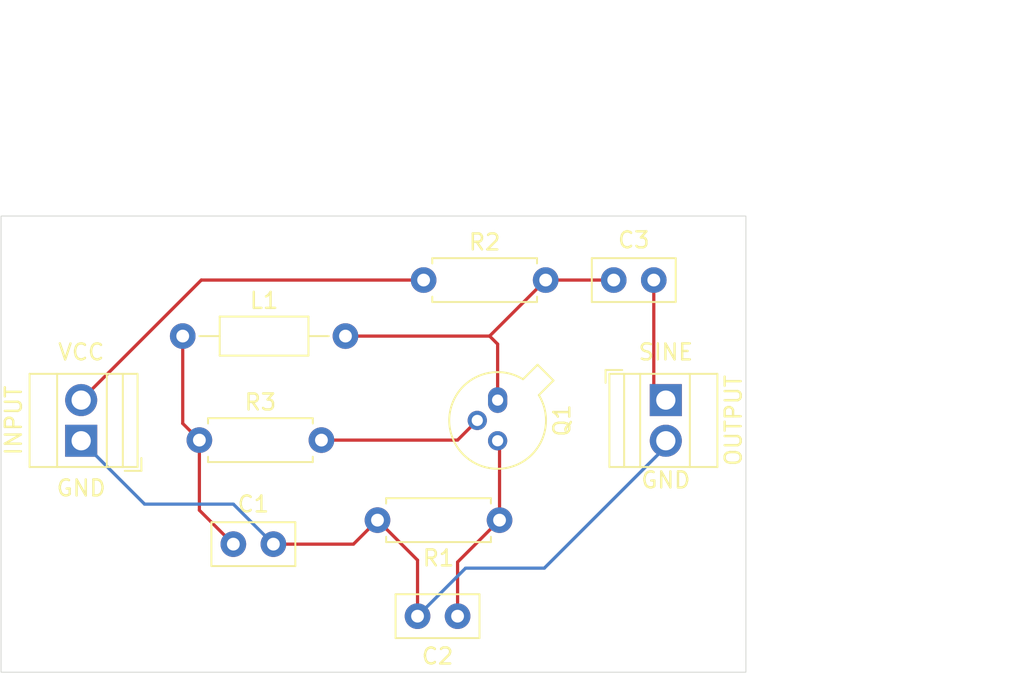
<source format=kicad_pcb>
(kicad_pcb (version 20240108) (generator "pcbnew") (generator_version "8.0")
  (layers (0 "F.Cu" signal) (31 "B.Cu" signal) (34 "B.Paste" user) (35 "F.Paste" user) (36 "B.SilkS" user "B.Silkscreen") (37 "F.SilkS" user "F.Silkscreen") (38 "B.Mask" user) (39 "F.Mask" user) (44 "Edge.Cuts" user))
  (net 0 "")
  (net 1 "GND")
  (net 2 "Net-(C1-Pad1)")
  (net 3 "Net-(Q1-E)")
  (net 4 "Net-(Q1-C)")
  (net 5 "Net-(J1-Pin_1)")
  (net 6 "Net-(Q1-B)")
  (net 7 "VCC")
  (footprint "TerminalBlock:TerminalBlock_Xinya_XY308-2.54-2P_1x02_P2.54mm_Horizontal" (layer "F.Cu") (at 145 74 -90)
    (property "Reference" "OUTPUT" (at 1.27 -4.22 90) (layer "F.SilkS"))
    (property "Value" "Screw_Terminal_01x02" (hide yes))
    (fp_line (start -1.88 3.76) (end -1.08 3.76) (stroke (width 0.12)) (layer "F.SilkS"))
    (fp_line (start -1.64 3.52) (end 4.18 3.52) (stroke (width 0.12)) (layer "F.SilkS"))
    (fp_line (start -1.88 2.72) (end -1.88 3.76) (stroke (width 0.12)) (layer "F.SilkS"))
    (fp_line (start -1.64 2.6) (end 4.18 2.6) (stroke (width 0.12)) (layer "F.SilkS"))
    (fp_line (start -1.64 1.6) (end 4.18 1.6) (stroke (width 0.12)) (layer "F.SilkS"))
    (fp_line (start -1.64 -1.501) (end 4.18 -1.501) (stroke (width 0.12)) (layer "F.SilkS"))
    (fp_line (start -1.64 -3.22) (end -1.64 3.52) (stroke (width 0.12)) (layer "F.SilkS"))
    (fp_line (start -1.64 -3.22) (end 4.18 -3.22) (stroke (width 0.12)) (layer "F.SilkS"))
    (fp_line (start 4.18 -3.22) (end 4.18 3.52) (stroke (width 0.12)) (layer "F.SilkS"))
    (pad "1" thru_hole rect (at 0 0 270) (size 2 2) (drill 1.2) (layers "*.Cu" "*.Mask") (net 5 "Net-(J1-Pin_1)"))
    (pad "2" thru_hole circle (at 2.54 0 270) (size 2 2) (drill 1.2) (layers "*.Cu" "*.Mask") (net 1 "GND"))
  )
  (footprint "Inductor_THT:L_Axial_L5.3mm_D2.2mm_P10.16mm_Horizontal_Vishay_IM-1" (layer "F.Cu") (at 114.84 70)
    (property "Reference" "L1" (at 5.08 -2.22 0) (layer "F.SilkS"))
    (property "Value" "4uH")
    (fp_line (start 1.04 0) (end 2.31 0) (stroke (width 0.12)) (layer "F.SilkS"))
    (fp_line (start 2.31 -1.22) (end 2.31 1.22) (stroke (width 0.12)) (layer "F.SilkS"))
    (fp_line (start 2.31 1.22) (end 7.85 1.22) (stroke (width 0.12)) (layer "F.SilkS"))
    (fp_line (start 7.85 -1.22) (end 2.31 -1.22) (stroke (width 0.12)) (layer "F.SilkS"))
    (fp_line (start 7.85 1.22) (end 7.85 -1.22) (stroke (width 0.12)) (layer "F.SilkS"))
    (fp_line (start 9.12 0) (end 7.85 0) (stroke (width 0.12)) (layer "F.SilkS"))
    (pad "1" thru_hole circle (at 0 0) (size 1.6 1.6) (drill 0.8) (layers "*.Cu" "*.Mask") (net 2 "Net-(C1-Pad1)"))
    (pad "2" thru_hole oval (at 10.16 0) (size 1.6 1.6) (drill 0.8) (layers "*.Cu" "*.Mask") (net 4 "Net-(Q1-C)"))
  )
  (footprint "Capacitor_THT:C_Disc_D5.0mm_W2.5mm_P2.50mm" (layer "F.Cu") (at 118 83)
    (property "Reference" "C1" (at 1.25 -2.5 0) (layer "F.SilkS"))
    (property "Value" "33uF")
    (fp_line (start -1.37 -1.37) (end -1.37 1.37) (stroke (width 0.12)) (layer "F.SilkS"))
    (fp_line (start -1.37 -1.37) (end 3.87 -1.37) (stroke (width 0.12)) (layer "F.SilkS"))
    (fp_line (start -1.37 1.37) (end 3.87 1.37) (stroke (width 0.12)) (layer "F.SilkS"))
    (fp_line (start 3.87 -1.37) (end 3.87 1.37) (stroke (width 0.12)) (layer "F.SilkS"))
    (pad "1" thru_hole circle (at 0 0) (size 1.6 1.6) (drill 0.8) (layers "*.Cu" "*.Mask") (net 2 "Net-(C1-Pad1)"))
    (pad "2" thru_hole circle (at 2.5 0) (size 1.6 1.6) (drill 0.8) (layers "*.Cu" "*.Mask") (net 1 "GND"))
  )
  (footprint "Resistor_THT:R_Axial_DIN0207_L6.3mm_D2.5mm_P7.62mm_Horizontal" (layer "F.Cu") (at 115.88 76.5)
    (property "Reference" "R3" (at 3.81 -2.37 0) (layer "F.SilkS"))
    (property "Value" "2.2K")
    (fp_line (start 0.54 -1.37) (end 7.08 -1.37) (stroke (width 0.12)) (layer "F.SilkS"))
    (fp_line (start 0.54 -1.04) (end 0.54 -1.37) (stroke (width 0.12)) (layer "F.SilkS"))
    (fp_line (start 0.54 1.04) (end 0.54 1.37) (stroke (width 0.12)) (layer "F.SilkS"))
    (fp_line (start 0.54 1.37) (end 7.08 1.37) (stroke (width 0.12)) (layer "F.SilkS"))
    (fp_line (start 7.08 -1.37) (end 7.08 -1.04) (stroke (width 0.12)) (layer "F.SilkS"))
    (fp_line (start 7.08 1.37) (end 7.08 1.04) (stroke (width 0.12)) (layer "F.SilkS"))
    (pad "1" thru_hole circle (at 0 0) (size 1.6 1.6) (drill 0.8) (layers "*.Cu" "*.Mask") (net 2 "Net-(C1-Pad1)"))
    (pad "2" thru_hole oval (at 7.62 0) (size 1.6 1.6) (drill 0.8) (layers "*.Cu" "*.Mask") (net 6 "Net-(Q1-B)"))
  )
  (footprint "Resistor_THT:R_Axial_DIN0207_L6.3mm_D2.5mm_P7.62mm_Horizontal" (layer "F.Cu") (at 134.62 81.5 180)
    (property "Reference" "R1" (at 3.81 -2.37 0) (layer "F.SilkS"))
    (property "Value" "470")
    (fp_line (start 7.08 1.37) (end 7.08 1.04) (stroke (width 0.12)) (layer "F.SilkS"))
    (fp_line (start 7.08 -1.37) (end 7.08 -1.04) (stroke (width 0.12)) (layer "F.SilkS"))
    (fp_line (start 0.54 1.37) (end 7.08 1.37) (stroke (width 0.12)) (layer "F.SilkS"))
    (fp_line (start 0.54 1.04) (end 0.54 1.37) (stroke (width 0.12)) (layer "F.SilkS"))
    (fp_line (start 0.54 -1.04) (end 0.54 -1.37) (stroke (width 0.12)) (layer "F.SilkS"))
    (fp_line (start 0.54 -1.37) (end 7.08 -1.37) (stroke (width 0.12)) (layer "F.SilkS"))
    (pad "1" thru_hole circle (at 0 0 180) (size 1.6 1.6) (drill 0.8) (layers "*.Cu" "*.Mask") (net 3 "Net-(Q1-E)"))
    (pad "2" thru_hole oval (at 7.62 0 180) (size 1.6 1.6) (drill 0.8) (layers "*.Cu" "*.Mask") (net 1 "GND"))
  )
  (footprint "Capacitor_THT:C_Disc_D5.0mm_W2.5mm_P2.50mm" (layer "F.Cu") (at 132 87.5 180)
    (property "Reference" "C2" (at 1.25 -2.5 0) (layer "F.SilkS"))
    (property "Value" "1uF")
    (fp_line (start 3.87 -1.37) (end 3.87 1.37) (stroke (width 0.12)) (layer "F.SilkS"))
    (fp_line (start -1.37 1.37) (end 3.87 1.37) (stroke (width 0.12)) (layer "F.SilkS"))
    (fp_line (start -1.37 -1.37) (end 3.87 -1.37) (stroke (width 0.12)) (layer "F.SilkS"))
    (fp_line (start -1.37 -1.37) (end -1.37 1.37) (stroke (width 0.12)) (layer "F.SilkS"))
    (pad "1" thru_hole circle (at 0 0 180) (size 1.6 1.6) (drill 0.8) (layers "*.Cu" "*.Mask") (net 3 "Net-(Q1-E)"))
    (pad "2" thru_hole circle (at 2.5 0 180) (size 1.6 1.6) (drill 0.8) (layers "*.Cu" "*.Mask") (net 1 "GND"))
  )
  (footprint "Package_TO_SOT_THT:TO-18-3" (layer "F.Cu") (at 134.5 74 -90)
    (property "Reference" "Q1" (at 1.27 -4.02 90) (layer "F.SilkS"))
    (property "Value" "NPN")
    (fp_line (start -2.214448 -2.494499) (end -1.302281 -1.582331) (stroke (width 0.12)) (layer "F.SilkS"))
    (fp_line (start -0.312331 -2.572281) (end -1.224499 -3.484448) (stroke (width 0.12)) (layer "F.SilkS"))
    (fp_line (start -1.224499 -3.484448) (end -2.214448 -2.494499) (stroke (width 0.12)) (layer "F.SilkS"))
    (fp_arc (start -0.312331 -2.572281) (mid 3.405374 2.135551) (end -1.30215 -1.582544) (stroke (width 0.12)) (layer "F.SilkS"))
    (pad "1" thru_hole oval (at 0 0 270) (size 1.6 1.2) (drill 0.7) (layers "*.Cu" "*.Mask") (net 4 "Net-(Q1-C)"))
    (pad "2" thru_hole oval (at 1.27 1.27 270) (size 1.2 1.2) (drill 0.7) (layers "*.Cu" "*.Mask") (net 6 "Net-(Q1-B)"))
    (pad "3" thru_hole oval (at 2.54 0 270) (size 1.2 1.2) (drill 0.7) (layers "*.Cu" "*.Mask") (net 3 "Net-(Q1-E)"))
  )
  (footprint "Capacitor_THT:C_Disc_D5.0mm_W2.5mm_P2.50mm" (layer "F.Cu") (at 141.75 66.5)
    (property "Reference" "C3" (at 1.25 -2.5 0) (layer "F.SilkS"))
    (property "Value" "33uF")
    (fp_line (start -1.37 -1.37) (end -1.37 1.37) (stroke (width 0.12)) (layer "F.SilkS"))
    (fp_line (start -1.37 -1.37) (end 3.87 -1.37) (stroke (width 0.12)) (layer "F.SilkS"))
    (fp_line (start -1.37 1.37) (end 3.87 1.37) (stroke (width 0.12)) (layer "F.SilkS"))
    (fp_line (start 3.87 -1.37) (end 3.87 1.37) (stroke (width 0.12)) (layer "F.SilkS"))
    (pad "1" thru_hole circle (at 0 0) (size 1.6 1.6) (drill 0.8) (layers "*.Cu" "*.Mask") (net 4 "Net-(Q1-C)"))
    (pad "2" thru_hole circle (at 2.5 0) (size 1.6 1.6) (drill 0.8) (layers "*.Cu" "*.Mask") (net 5 "Net-(J1-Pin_1)"))
  )
  (footprint "TerminalBlock:TerminalBlock_Xinya_XY308-2.54-2P_1x02_P2.54mm_Horizontal" (layer "F.Cu") (at 108.5 76.54 90)
    (property "Reference" "INPUT" (at 1.27 -4.22 90) (layer "F.SilkS"))
    (property "Value" "Screw_Terminal_01x02" (hide yes))
    (fp_line (start 4.18 -3.22) (end 4.18 3.52) (stroke (width 0.12)) (layer "F.SilkS"))
    (fp_line (start -1.64 -3.22) (end 4.18 -3.22) (stroke (width 0.12)) (layer "F.SilkS"))
    (fp_line (start -1.64 -3.22) (end -1.64 3.52) (stroke (width 0.12)) (layer "F.SilkS"))
    (fp_line (start -1.64 -1.501) (end 4.18 -1.501) (stroke (width 0.12)) (layer "F.SilkS"))
    (fp_line (start -1.64 1.6) (end 4.18 1.6) (stroke (width 0.12)) (layer "F.SilkS"))
    (fp_line (start -1.64 2.6) (end 4.18 2.6) (stroke (width 0.12)) (layer "F.SilkS"))
    (fp_line (start -1.88 2.72) (end -1.88 3.76) (stroke (width 0.12)) (layer "F.SilkS"))
    (fp_line (start -1.64 3.52) (end 4.18 3.52) (stroke (width 0.12)) (layer "F.SilkS"))
    (fp_line (start -1.88 3.76) (end -1.08 3.76) (stroke (width 0.12)) (layer "F.SilkS"))
    (pad "1" thru_hole rect (at 0 0 90) (size 2 2) (drill 1.2) (layers "*.Cu" "*.Mask") (net 1 "GND"))
    (pad "2" thru_hole circle (at 2.54 0 90) (size 2 2) (drill 1.2) (layers "*.Cu" "*.Mask") (net 7 "VCC"))
  )
  (footprint "Resistor_THT:R_Axial_DIN0207_L6.3mm_D2.5mm_P7.62mm_Horizontal" (layer "F.Cu") (at 129.88 66.5)
    (property "Reference" "R2" (at 3.81 -2.37 0) (layer "F.SilkS"))
    (property "Value" "10K")
    (fp_line (start 0.54 -1.37) (end 7.08 -1.37) (stroke (width 0.12)) (layer "F.SilkS"))
    (fp_line (start 0.54 -1.04) (end 0.54 -1.37) (stroke (width 0.12)) (layer "F.SilkS"))
    (fp_line (start 0.54 1.04) (end 0.54 1.37) (stroke (width 0.12)) (layer "F.SilkS"))
    (fp_line (start 0.54 1.37) (end 7.08 1.37) (stroke (width 0.12)) (layer "F.SilkS"))
    (fp_line (start 7.08 -1.37) (end 7.08 -1.04) (stroke (width 0.12)) (layer "F.SilkS"))
    (fp_line (start 7.08 1.37) (end 7.08 1.04) (stroke (width 0.12)) (layer "F.SilkS"))
    (pad "1" thru_hole circle (at 0 0) (size 1.6 1.6) (drill 0.8) (layers "*.Cu" "*.Mask") (net 7 "VCC"))
    (pad "2" thru_hole oval (at 7.62 0) (size 1.6 1.6) (drill 0.8) (layers "*.Cu" "*.Mask") (net 4 "Net-(Q1-C)"))
  )
  (gr_rect (start 103.5 62.5) (end 150 91) (stroke (width 0.05)) (fill none) (layer "Edge.Cuts"))
  (gr_text "VCC" (at 108.5 71 0) (layer "F.SilkS") (effects (font (size 1 1))))
  (gr_text "GND" (at 145 79 0) (layer "F.SilkS") (effects (font (size 1 1))))
  (gr_text "SINE" (at 145 71 0) (layer "F.SilkS") (effects (font (size 1 1))))
  (gr_text "GND" (at 108.5 79.5 0) (layer "F.SilkS") (effects (font (size 1 1))))
  (segment (start 129.5 87.5) (end 129.5 84) (width 0.2) (layer "F.Cu") (net 1))
  (segment (start 125.5 83) (end 127 81.5) (width 0.2) (layer "F.Cu") (net 1))
  (segment (start 129.5 84) (end 127 81.5) (width 0.2) (layer "F.Cu") (net 1))
  (segment (start 120.5 83) (end 125.5 83) (width 0.2) (layer "F.Cu") (net 1))
  (segment (start 145 76.914213) (end 137.414213 84.5) (width 0.2) (layer "B.Cu") (net 1))
  (segment (start 137.414213 84.5) (end 132.5 84.5) (width 0.2) (layer "B.Cu") (net 1))
  (segment (start 108.5 76.54) (end 112.46 80.5) (width 0.2) (layer "B.Cu") (net 1))
  (segment (start 118 80.5) (end 120.5 83) (width 0.2) (layer "B.Cu") (net 1))
  (segment (start 132.5 84.5) (end 129.5 87.5) (width 0.2) (layer "B.Cu") (net 1))
  (segment (start 112.46 80.5) (end 118 80.5) (width 0.2) (layer "B.Cu") (net 1))
  (segment (start 115.88 80.88) (end 118 83) (width 0.2) (layer "F.Cu") (net 2))
  (segment (start 114.84 70) (end 114.84 75.46) (width 0.2) (layer "F.Cu") (net 2))
  (segment (start 115.88 76.5) (end 115.88 80.88) (width 0.2) (layer "F.Cu") (net 2))
  (segment (start 114.84 75.46) (end 115.88 76.5) (width 0.2) (layer "F.Cu") (net 2))
  (segment (start 134.62 76.66) (end 134.5 76.54) (width 0.2) (layer "F.Cu") (net 3))
  (segment (start 132 87.5) (end 132 84.12) (width 0.2) (layer "F.Cu") (net 3))
  (segment (start 132 84.12) (end 134.62 81.5) (width 0.2) (layer "F.Cu") (net 3))
  (segment (start 134.62 81.5) (end 134.62 76.66) (width 0.2) (layer "F.Cu") (net 3))
  (segment (start 134.5 70.5) (end 134 70) (width 0.2) (layer "F.Cu") (net 4))
  (segment (start 134.5 74) (end 134.5 70.5) (width 0.2) (layer "F.Cu") (net 4))
  (segment (start 141.75 66.5) (end 137.5 66.5) (width 0.2) (layer "F.Cu") (net 4))
  (segment (start 134 70) (end 137.5 66.5) (width 0.2) (layer "F.Cu") (net 4))
  (segment (start 125 70) (end 134 70) (width 0.2) (layer "F.Cu") (net 4))
  (segment (start 144.25 73.25) (end 144.25 66.5) (width 0.2) (layer "F.Cu") (net 5))
  (segment (start 145 74) (end 144.25 73.25) (width 0.2) (layer "F.Cu") (net 5))
  (segment (start 123.5 76.5) (end 132 76.5) (width 0.2) (layer "F.Cu") (net 6))
  (segment (start 132 76.5) (end 133.23 75.27) (width 0.2) (layer "F.Cu") (net 6))
  (segment (start 108.5 74) (end 116 66.5) (width 0.2) (layer "F.Cu") (net 7))
  (segment (start 116 66.5) (end 129.88 66.5) (width 0.2) (layer "F.Cu") (net 7))
)
</source>
